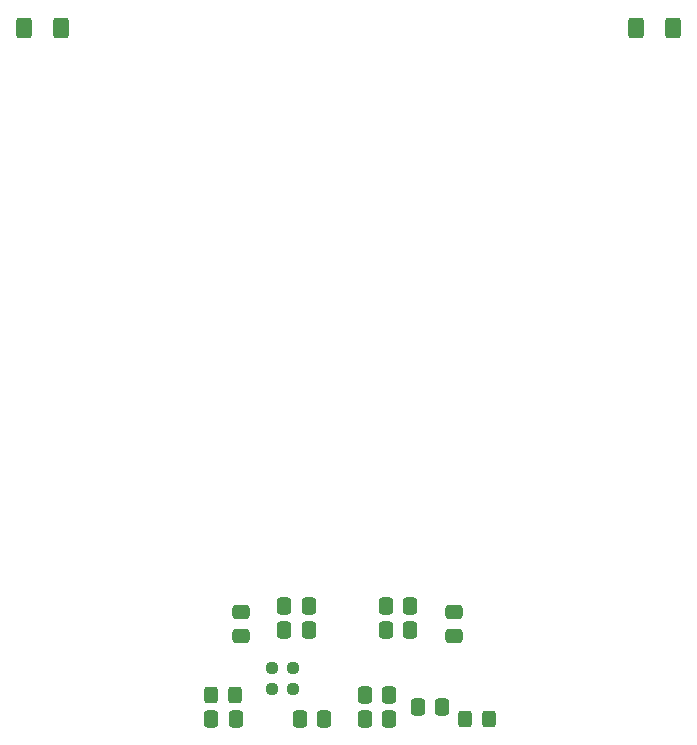
<source format=gbr>
%TF.GenerationSoftware,KiCad,Pcbnew,7.0.5-0*%
%TF.CreationDate,2024-02-04T17:51:19+01:00*%
%TF.ProjectId,AmplifierBoard,416d706c-6966-4696-9572-426f6172642e,rev?*%
%TF.SameCoordinates,Original*%
%TF.FileFunction,Paste,Bot*%
%TF.FilePolarity,Positive*%
%FSLAX46Y46*%
G04 Gerber Fmt 4.6, Leading zero omitted, Abs format (unit mm)*
G04 Created by KiCad (PCBNEW 7.0.5-0) date 2024-02-04 17:51:19*
%MOMM*%
%LPD*%
G01*
G04 APERTURE LIST*
G04 Aperture macros list*
%AMRoundRect*
0 Rectangle with rounded corners*
0 $1 Rounding radius*
0 $2 $3 $4 $5 $6 $7 $8 $9 X,Y pos of 4 corners*
0 Add a 4 corners polygon primitive as box body*
4,1,4,$2,$3,$4,$5,$6,$7,$8,$9,$2,$3,0*
0 Add four circle primitives for the rounded corners*
1,1,$1+$1,$2,$3*
1,1,$1+$1,$4,$5*
1,1,$1+$1,$6,$7*
1,1,$1+$1,$8,$9*
0 Add four rect primitives between the rounded corners*
20,1,$1+$1,$2,$3,$4,$5,0*
20,1,$1+$1,$4,$5,$6,$7,0*
20,1,$1+$1,$6,$7,$8,$9,0*
20,1,$1+$1,$8,$9,$2,$3,0*%
G04 Aperture macros list end*
%ADD10RoundRect,0.250000X0.475000X-0.337500X0.475000X0.337500X-0.475000X0.337500X-0.475000X-0.337500X0*%
%ADD11RoundRect,0.250000X-0.337500X-0.475000X0.337500X-0.475000X0.337500X0.475000X-0.337500X0.475000X0*%
%ADD12RoundRect,0.237500X-0.250000X-0.237500X0.250000X-0.237500X0.250000X0.237500X-0.250000X0.237500X0*%
%ADD13RoundRect,0.250000X-0.325000X-0.450000X0.325000X-0.450000X0.325000X0.450000X-0.325000X0.450000X0*%
%ADD14RoundRect,0.250000X0.400000X0.625000X-0.400000X0.625000X-0.400000X-0.625000X0.400000X-0.625000X0*%
%ADD15RoundRect,0.250000X0.337500X0.475000X-0.337500X0.475000X-0.337500X-0.475000X0.337500X-0.475000X0*%
%ADD16RoundRect,0.250000X-0.400000X-0.625000X0.400000X-0.625000X0.400000X0.625000X-0.400000X0.625000X0*%
%ADD17RoundRect,0.250000X0.325000X0.450000X-0.325000X0.450000X-0.325000X-0.450000X0.325000X-0.450000X0*%
G04 APERTURE END LIST*
D10*
%TO.C,C12*%
X204000000Y-132037500D03*
X204000000Y-129962500D03*
%TD*%
D11*
%TO.C,C8*%
X214462500Y-139000000D03*
X216537500Y-139000000D03*
%TD*%
D12*
%TO.C,R7*%
X206587500Y-134750000D03*
X208412500Y-134750000D03*
%TD*%
D13*
%TO.C,L17*%
X201475000Y-137000000D03*
X203525000Y-137000000D03*
%TD*%
D12*
%TO.C,R8*%
X206587500Y-136500000D03*
X208412500Y-136500000D03*
%TD*%
D10*
%TO.C,C13*%
X222000000Y-132037500D03*
X222000000Y-129962500D03*
%TD*%
D11*
%TO.C,C5*%
X216262500Y-129500000D03*
X218337500Y-129500000D03*
%TD*%
D14*
%TO.C,R6*%
X240550000Y-80500000D03*
X237450000Y-80500000D03*
%TD*%
D11*
%TO.C,C14*%
X201462500Y-139000000D03*
X203537500Y-139000000D03*
%TD*%
D15*
%TO.C,C2*%
X209737500Y-129500000D03*
X207662500Y-129500000D03*
%TD*%
D16*
%TO.C,R3*%
X185650000Y-80500000D03*
X188750000Y-80500000D03*
%TD*%
D15*
%TO.C,C1*%
X209737500Y-131500000D03*
X207662500Y-131500000D03*
%TD*%
D11*
%TO.C,C9*%
X214462500Y-137000000D03*
X216537500Y-137000000D03*
%TD*%
%TO.C,C4*%
X216262500Y-131500000D03*
X218337500Y-131500000D03*
%TD*%
D15*
%TO.C,C7*%
X211037500Y-139000000D03*
X208962500Y-139000000D03*
%TD*%
D17*
%TO.C,L19*%
X225025000Y-139000000D03*
X222975000Y-139000000D03*
%TD*%
D11*
%TO.C,C10*%
X218962500Y-138000000D03*
X221037500Y-138000000D03*
%TD*%
M02*

</source>
